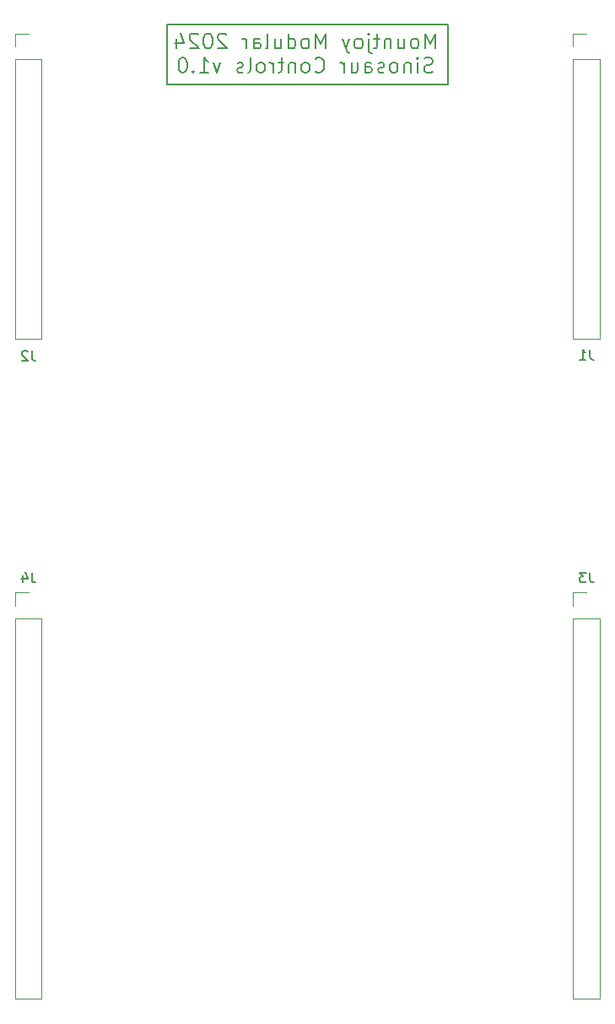
<source format=gbr>
%TF.GenerationSoftware,KiCad,Pcbnew,8.0.3*%
%TF.CreationDate,2024-06-18T16:29:27+01:00*%
%TF.ProjectId,Sinosaur_Controls,53696e6f-7361-4757-925f-436f6e74726f,rev?*%
%TF.SameCoordinates,Original*%
%TF.FileFunction,Legend,Bot*%
%TF.FilePolarity,Positive*%
%FSLAX46Y46*%
G04 Gerber Fmt 4.6, Leading zero omitted, Abs format (unit mm)*
G04 Created by KiCad (PCBNEW 8.0.3) date 2024-06-18 16:29:27*
%MOMM*%
%LPD*%
G01*
G04 APERTURE LIST*
%ADD10C,0.150000*%
%ADD11C,0.200000*%
%ADD12C,0.120000*%
G04 APERTURE END LIST*
D10*
X115900000Y-50800000D02*
X144100000Y-50800000D01*
X144100000Y-56800000D01*
X115900000Y-56800000D01*
X115900000Y-50800000D01*
D11*
X142799999Y-53176070D02*
X142799999Y-51676070D01*
X142799999Y-51676070D02*
X142299999Y-52747499D01*
X142299999Y-52747499D02*
X141799999Y-51676070D01*
X141799999Y-51676070D02*
X141799999Y-53176070D01*
X140871427Y-53176070D02*
X141014284Y-53104642D01*
X141014284Y-53104642D02*
X141085713Y-53033213D01*
X141085713Y-53033213D02*
X141157141Y-52890356D01*
X141157141Y-52890356D02*
X141157141Y-52461784D01*
X141157141Y-52461784D02*
X141085713Y-52318927D01*
X141085713Y-52318927D02*
X141014284Y-52247499D01*
X141014284Y-52247499D02*
X140871427Y-52176070D01*
X140871427Y-52176070D02*
X140657141Y-52176070D01*
X140657141Y-52176070D02*
X140514284Y-52247499D01*
X140514284Y-52247499D02*
X140442856Y-52318927D01*
X140442856Y-52318927D02*
X140371427Y-52461784D01*
X140371427Y-52461784D02*
X140371427Y-52890356D01*
X140371427Y-52890356D02*
X140442856Y-53033213D01*
X140442856Y-53033213D02*
X140514284Y-53104642D01*
X140514284Y-53104642D02*
X140657141Y-53176070D01*
X140657141Y-53176070D02*
X140871427Y-53176070D01*
X139085713Y-52176070D02*
X139085713Y-53176070D01*
X139728570Y-52176070D02*
X139728570Y-52961784D01*
X139728570Y-52961784D02*
X139657141Y-53104642D01*
X139657141Y-53104642D02*
X139514284Y-53176070D01*
X139514284Y-53176070D02*
X139299998Y-53176070D01*
X139299998Y-53176070D02*
X139157141Y-53104642D01*
X139157141Y-53104642D02*
X139085713Y-53033213D01*
X138371427Y-52176070D02*
X138371427Y-53176070D01*
X138371427Y-52318927D02*
X138299998Y-52247499D01*
X138299998Y-52247499D02*
X138157141Y-52176070D01*
X138157141Y-52176070D02*
X137942855Y-52176070D01*
X137942855Y-52176070D02*
X137799998Y-52247499D01*
X137799998Y-52247499D02*
X137728570Y-52390356D01*
X137728570Y-52390356D02*
X137728570Y-53176070D01*
X137228569Y-52176070D02*
X136657141Y-52176070D01*
X137014284Y-51676070D02*
X137014284Y-52961784D01*
X137014284Y-52961784D02*
X136942855Y-53104642D01*
X136942855Y-53104642D02*
X136799998Y-53176070D01*
X136799998Y-53176070D02*
X136657141Y-53176070D01*
X136157141Y-52176070D02*
X136157141Y-53461784D01*
X136157141Y-53461784D02*
X136228569Y-53604642D01*
X136228569Y-53604642D02*
X136371426Y-53676070D01*
X136371426Y-53676070D02*
X136442855Y-53676070D01*
X136157141Y-51676070D02*
X136228569Y-51747499D01*
X136228569Y-51747499D02*
X136157141Y-51818927D01*
X136157141Y-51818927D02*
X136085712Y-51747499D01*
X136085712Y-51747499D02*
X136157141Y-51676070D01*
X136157141Y-51676070D02*
X136157141Y-51818927D01*
X135228569Y-53176070D02*
X135371426Y-53104642D01*
X135371426Y-53104642D02*
X135442855Y-53033213D01*
X135442855Y-53033213D02*
X135514283Y-52890356D01*
X135514283Y-52890356D02*
X135514283Y-52461784D01*
X135514283Y-52461784D02*
X135442855Y-52318927D01*
X135442855Y-52318927D02*
X135371426Y-52247499D01*
X135371426Y-52247499D02*
X135228569Y-52176070D01*
X135228569Y-52176070D02*
X135014283Y-52176070D01*
X135014283Y-52176070D02*
X134871426Y-52247499D01*
X134871426Y-52247499D02*
X134799998Y-52318927D01*
X134799998Y-52318927D02*
X134728569Y-52461784D01*
X134728569Y-52461784D02*
X134728569Y-52890356D01*
X134728569Y-52890356D02*
X134799998Y-53033213D01*
X134799998Y-53033213D02*
X134871426Y-53104642D01*
X134871426Y-53104642D02*
X135014283Y-53176070D01*
X135014283Y-53176070D02*
X135228569Y-53176070D01*
X134228569Y-52176070D02*
X133871426Y-53176070D01*
X133514283Y-52176070D02*
X133871426Y-53176070D01*
X133871426Y-53176070D02*
X134014283Y-53533213D01*
X134014283Y-53533213D02*
X134085712Y-53604642D01*
X134085712Y-53604642D02*
X134228569Y-53676070D01*
X131799998Y-53176070D02*
X131799998Y-51676070D01*
X131799998Y-51676070D02*
X131299998Y-52747499D01*
X131299998Y-52747499D02*
X130799998Y-51676070D01*
X130799998Y-51676070D02*
X130799998Y-53176070D01*
X129871426Y-53176070D02*
X130014283Y-53104642D01*
X130014283Y-53104642D02*
X130085712Y-53033213D01*
X130085712Y-53033213D02*
X130157140Y-52890356D01*
X130157140Y-52890356D02*
X130157140Y-52461784D01*
X130157140Y-52461784D02*
X130085712Y-52318927D01*
X130085712Y-52318927D02*
X130014283Y-52247499D01*
X130014283Y-52247499D02*
X129871426Y-52176070D01*
X129871426Y-52176070D02*
X129657140Y-52176070D01*
X129657140Y-52176070D02*
X129514283Y-52247499D01*
X129514283Y-52247499D02*
X129442855Y-52318927D01*
X129442855Y-52318927D02*
X129371426Y-52461784D01*
X129371426Y-52461784D02*
X129371426Y-52890356D01*
X129371426Y-52890356D02*
X129442855Y-53033213D01*
X129442855Y-53033213D02*
X129514283Y-53104642D01*
X129514283Y-53104642D02*
X129657140Y-53176070D01*
X129657140Y-53176070D02*
X129871426Y-53176070D01*
X128085712Y-53176070D02*
X128085712Y-51676070D01*
X128085712Y-53104642D02*
X128228569Y-53176070D01*
X128228569Y-53176070D02*
X128514283Y-53176070D01*
X128514283Y-53176070D02*
X128657140Y-53104642D01*
X128657140Y-53104642D02*
X128728569Y-53033213D01*
X128728569Y-53033213D02*
X128799997Y-52890356D01*
X128799997Y-52890356D02*
X128799997Y-52461784D01*
X128799997Y-52461784D02*
X128728569Y-52318927D01*
X128728569Y-52318927D02*
X128657140Y-52247499D01*
X128657140Y-52247499D02*
X128514283Y-52176070D01*
X128514283Y-52176070D02*
X128228569Y-52176070D01*
X128228569Y-52176070D02*
X128085712Y-52247499D01*
X126728569Y-52176070D02*
X126728569Y-53176070D01*
X127371426Y-52176070D02*
X127371426Y-52961784D01*
X127371426Y-52961784D02*
X127299997Y-53104642D01*
X127299997Y-53104642D02*
X127157140Y-53176070D01*
X127157140Y-53176070D02*
X126942854Y-53176070D01*
X126942854Y-53176070D02*
X126799997Y-53104642D01*
X126799997Y-53104642D02*
X126728569Y-53033213D01*
X125799997Y-53176070D02*
X125942854Y-53104642D01*
X125942854Y-53104642D02*
X126014283Y-52961784D01*
X126014283Y-52961784D02*
X126014283Y-51676070D01*
X124585712Y-53176070D02*
X124585712Y-52390356D01*
X124585712Y-52390356D02*
X124657140Y-52247499D01*
X124657140Y-52247499D02*
X124799997Y-52176070D01*
X124799997Y-52176070D02*
X125085712Y-52176070D01*
X125085712Y-52176070D02*
X125228569Y-52247499D01*
X124585712Y-53104642D02*
X124728569Y-53176070D01*
X124728569Y-53176070D02*
X125085712Y-53176070D01*
X125085712Y-53176070D02*
X125228569Y-53104642D01*
X125228569Y-53104642D02*
X125299997Y-52961784D01*
X125299997Y-52961784D02*
X125299997Y-52818927D01*
X125299997Y-52818927D02*
X125228569Y-52676070D01*
X125228569Y-52676070D02*
X125085712Y-52604642D01*
X125085712Y-52604642D02*
X124728569Y-52604642D01*
X124728569Y-52604642D02*
X124585712Y-52533213D01*
X123871426Y-53176070D02*
X123871426Y-52176070D01*
X123871426Y-52461784D02*
X123799997Y-52318927D01*
X123799997Y-52318927D02*
X123728569Y-52247499D01*
X123728569Y-52247499D02*
X123585711Y-52176070D01*
X123585711Y-52176070D02*
X123442854Y-52176070D01*
X121871426Y-51818927D02*
X121799998Y-51747499D01*
X121799998Y-51747499D02*
X121657141Y-51676070D01*
X121657141Y-51676070D02*
X121299998Y-51676070D01*
X121299998Y-51676070D02*
X121157141Y-51747499D01*
X121157141Y-51747499D02*
X121085712Y-51818927D01*
X121085712Y-51818927D02*
X121014283Y-51961784D01*
X121014283Y-51961784D02*
X121014283Y-52104642D01*
X121014283Y-52104642D02*
X121085712Y-52318927D01*
X121085712Y-52318927D02*
X121942855Y-53176070D01*
X121942855Y-53176070D02*
X121014283Y-53176070D01*
X120085712Y-51676070D02*
X119942855Y-51676070D01*
X119942855Y-51676070D02*
X119799998Y-51747499D01*
X119799998Y-51747499D02*
X119728570Y-51818927D01*
X119728570Y-51818927D02*
X119657141Y-51961784D01*
X119657141Y-51961784D02*
X119585712Y-52247499D01*
X119585712Y-52247499D02*
X119585712Y-52604642D01*
X119585712Y-52604642D02*
X119657141Y-52890356D01*
X119657141Y-52890356D02*
X119728570Y-53033213D01*
X119728570Y-53033213D02*
X119799998Y-53104642D01*
X119799998Y-53104642D02*
X119942855Y-53176070D01*
X119942855Y-53176070D02*
X120085712Y-53176070D01*
X120085712Y-53176070D02*
X120228570Y-53104642D01*
X120228570Y-53104642D02*
X120299998Y-53033213D01*
X120299998Y-53033213D02*
X120371427Y-52890356D01*
X120371427Y-52890356D02*
X120442855Y-52604642D01*
X120442855Y-52604642D02*
X120442855Y-52247499D01*
X120442855Y-52247499D02*
X120371427Y-51961784D01*
X120371427Y-51961784D02*
X120299998Y-51818927D01*
X120299998Y-51818927D02*
X120228570Y-51747499D01*
X120228570Y-51747499D02*
X120085712Y-51676070D01*
X119014284Y-51818927D02*
X118942856Y-51747499D01*
X118942856Y-51747499D02*
X118799999Y-51676070D01*
X118799999Y-51676070D02*
X118442856Y-51676070D01*
X118442856Y-51676070D02*
X118299999Y-51747499D01*
X118299999Y-51747499D02*
X118228570Y-51818927D01*
X118228570Y-51818927D02*
X118157141Y-51961784D01*
X118157141Y-51961784D02*
X118157141Y-52104642D01*
X118157141Y-52104642D02*
X118228570Y-52318927D01*
X118228570Y-52318927D02*
X119085713Y-53176070D01*
X119085713Y-53176070D02*
X118157141Y-53176070D01*
X116871428Y-52176070D02*
X116871428Y-53176070D01*
X117228570Y-51604642D02*
X117585713Y-52676070D01*
X117585713Y-52676070D02*
X116657142Y-52676070D01*
X142549999Y-55519558D02*
X142335714Y-55590986D01*
X142335714Y-55590986D02*
X141978571Y-55590986D01*
X141978571Y-55590986D02*
X141835714Y-55519558D01*
X141835714Y-55519558D02*
X141764285Y-55448129D01*
X141764285Y-55448129D02*
X141692856Y-55305272D01*
X141692856Y-55305272D02*
X141692856Y-55162415D01*
X141692856Y-55162415D02*
X141764285Y-55019558D01*
X141764285Y-55019558D02*
X141835714Y-54948129D01*
X141835714Y-54948129D02*
X141978571Y-54876700D01*
X141978571Y-54876700D02*
X142264285Y-54805272D01*
X142264285Y-54805272D02*
X142407142Y-54733843D01*
X142407142Y-54733843D02*
X142478571Y-54662415D01*
X142478571Y-54662415D02*
X142549999Y-54519558D01*
X142549999Y-54519558D02*
X142549999Y-54376700D01*
X142549999Y-54376700D02*
X142478571Y-54233843D01*
X142478571Y-54233843D02*
X142407142Y-54162415D01*
X142407142Y-54162415D02*
X142264285Y-54090986D01*
X142264285Y-54090986D02*
X141907142Y-54090986D01*
X141907142Y-54090986D02*
X141692856Y-54162415D01*
X141050000Y-55590986D02*
X141050000Y-54590986D01*
X141050000Y-54090986D02*
X141121428Y-54162415D01*
X141121428Y-54162415D02*
X141050000Y-54233843D01*
X141050000Y-54233843D02*
X140978571Y-54162415D01*
X140978571Y-54162415D02*
X141050000Y-54090986D01*
X141050000Y-54090986D02*
X141050000Y-54233843D01*
X140335714Y-54590986D02*
X140335714Y-55590986D01*
X140335714Y-54733843D02*
X140264285Y-54662415D01*
X140264285Y-54662415D02*
X140121428Y-54590986D01*
X140121428Y-54590986D02*
X139907142Y-54590986D01*
X139907142Y-54590986D02*
X139764285Y-54662415D01*
X139764285Y-54662415D02*
X139692857Y-54805272D01*
X139692857Y-54805272D02*
X139692857Y-55590986D01*
X138764285Y-55590986D02*
X138907142Y-55519558D01*
X138907142Y-55519558D02*
X138978571Y-55448129D01*
X138978571Y-55448129D02*
X139049999Y-55305272D01*
X139049999Y-55305272D02*
X139049999Y-54876700D01*
X139049999Y-54876700D02*
X138978571Y-54733843D01*
X138978571Y-54733843D02*
X138907142Y-54662415D01*
X138907142Y-54662415D02*
X138764285Y-54590986D01*
X138764285Y-54590986D02*
X138549999Y-54590986D01*
X138549999Y-54590986D02*
X138407142Y-54662415D01*
X138407142Y-54662415D02*
X138335714Y-54733843D01*
X138335714Y-54733843D02*
X138264285Y-54876700D01*
X138264285Y-54876700D02*
X138264285Y-55305272D01*
X138264285Y-55305272D02*
X138335714Y-55448129D01*
X138335714Y-55448129D02*
X138407142Y-55519558D01*
X138407142Y-55519558D02*
X138549999Y-55590986D01*
X138549999Y-55590986D02*
X138764285Y-55590986D01*
X137692856Y-55519558D02*
X137549999Y-55590986D01*
X137549999Y-55590986D02*
X137264285Y-55590986D01*
X137264285Y-55590986D02*
X137121428Y-55519558D01*
X137121428Y-55519558D02*
X137049999Y-55376700D01*
X137049999Y-55376700D02*
X137049999Y-55305272D01*
X137049999Y-55305272D02*
X137121428Y-55162415D01*
X137121428Y-55162415D02*
X137264285Y-55090986D01*
X137264285Y-55090986D02*
X137478571Y-55090986D01*
X137478571Y-55090986D02*
X137621428Y-55019558D01*
X137621428Y-55019558D02*
X137692856Y-54876700D01*
X137692856Y-54876700D02*
X137692856Y-54805272D01*
X137692856Y-54805272D02*
X137621428Y-54662415D01*
X137621428Y-54662415D02*
X137478571Y-54590986D01*
X137478571Y-54590986D02*
X137264285Y-54590986D01*
X137264285Y-54590986D02*
X137121428Y-54662415D01*
X135764285Y-55590986D02*
X135764285Y-54805272D01*
X135764285Y-54805272D02*
X135835713Y-54662415D01*
X135835713Y-54662415D02*
X135978570Y-54590986D01*
X135978570Y-54590986D02*
X136264285Y-54590986D01*
X136264285Y-54590986D02*
X136407142Y-54662415D01*
X135764285Y-55519558D02*
X135907142Y-55590986D01*
X135907142Y-55590986D02*
X136264285Y-55590986D01*
X136264285Y-55590986D02*
X136407142Y-55519558D01*
X136407142Y-55519558D02*
X136478570Y-55376700D01*
X136478570Y-55376700D02*
X136478570Y-55233843D01*
X136478570Y-55233843D02*
X136407142Y-55090986D01*
X136407142Y-55090986D02*
X136264285Y-55019558D01*
X136264285Y-55019558D02*
X135907142Y-55019558D01*
X135907142Y-55019558D02*
X135764285Y-54948129D01*
X134407142Y-54590986D02*
X134407142Y-55590986D01*
X135049999Y-54590986D02*
X135049999Y-55376700D01*
X135049999Y-55376700D02*
X134978570Y-55519558D01*
X134978570Y-55519558D02*
X134835713Y-55590986D01*
X134835713Y-55590986D02*
X134621427Y-55590986D01*
X134621427Y-55590986D02*
X134478570Y-55519558D01*
X134478570Y-55519558D02*
X134407142Y-55448129D01*
X133692856Y-55590986D02*
X133692856Y-54590986D01*
X133692856Y-54876700D02*
X133621427Y-54733843D01*
X133621427Y-54733843D02*
X133549999Y-54662415D01*
X133549999Y-54662415D02*
X133407141Y-54590986D01*
X133407141Y-54590986D02*
X133264284Y-54590986D01*
X130764285Y-55448129D02*
X130835713Y-55519558D01*
X130835713Y-55519558D02*
X131049999Y-55590986D01*
X131049999Y-55590986D02*
X131192856Y-55590986D01*
X131192856Y-55590986D02*
X131407142Y-55519558D01*
X131407142Y-55519558D02*
X131549999Y-55376700D01*
X131549999Y-55376700D02*
X131621428Y-55233843D01*
X131621428Y-55233843D02*
X131692856Y-54948129D01*
X131692856Y-54948129D02*
X131692856Y-54733843D01*
X131692856Y-54733843D02*
X131621428Y-54448129D01*
X131621428Y-54448129D02*
X131549999Y-54305272D01*
X131549999Y-54305272D02*
X131407142Y-54162415D01*
X131407142Y-54162415D02*
X131192856Y-54090986D01*
X131192856Y-54090986D02*
X131049999Y-54090986D01*
X131049999Y-54090986D02*
X130835713Y-54162415D01*
X130835713Y-54162415D02*
X130764285Y-54233843D01*
X129907142Y-55590986D02*
X130049999Y-55519558D01*
X130049999Y-55519558D02*
X130121428Y-55448129D01*
X130121428Y-55448129D02*
X130192856Y-55305272D01*
X130192856Y-55305272D02*
X130192856Y-54876700D01*
X130192856Y-54876700D02*
X130121428Y-54733843D01*
X130121428Y-54733843D02*
X130049999Y-54662415D01*
X130049999Y-54662415D02*
X129907142Y-54590986D01*
X129907142Y-54590986D02*
X129692856Y-54590986D01*
X129692856Y-54590986D02*
X129549999Y-54662415D01*
X129549999Y-54662415D02*
X129478571Y-54733843D01*
X129478571Y-54733843D02*
X129407142Y-54876700D01*
X129407142Y-54876700D02*
X129407142Y-55305272D01*
X129407142Y-55305272D02*
X129478571Y-55448129D01*
X129478571Y-55448129D02*
X129549999Y-55519558D01*
X129549999Y-55519558D02*
X129692856Y-55590986D01*
X129692856Y-55590986D02*
X129907142Y-55590986D01*
X128764285Y-54590986D02*
X128764285Y-55590986D01*
X128764285Y-54733843D02*
X128692856Y-54662415D01*
X128692856Y-54662415D02*
X128549999Y-54590986D01*
X128549999Y-54590986D02*
X128335713Y-54590986D01*
X128335713Y-54590986D02*
X128192856Y-54662415D01*
X128192856Y-54662415D02*
X128121428Y-54805272D01*
X128121428Y-54805272D02*
X128121428Y-55590986D01*
X127621427Y-54590986D02*
X127049999Y-54590986D01*
X127407142Y-54090986D02*
X127407142Y-55376700D01*
X127407142Y-55376700D02*
X127335713Y-55519558D01*
X127335713Y-55519558D02*
X127192856Y-55590986D01*
X127192856Y-55590986D02*
X127049999Y-55590986D01*
X126549999Y-55590986D02*
X126549999Y-54590986D01*
X126549999Y-54876700D02*
X126478570Y-54733843D01*
X126478570Y-54733843D02*
X126407142Y-54662415D01*
X126407142Y-54662415D02*
X126264284Y-54590986D01*
X126264284Y-54590986D02*
X126121427Y-54590986D01*
X125407142Y-55590986D02*
X125549999Y-55519558D01*
X125549999Y-55519558D02*
X125621428Y-55448129D01*
X125621428Y-55448129D02*
X125692856Y-55305272D01*
X125692856Y-55305272D02*
X125692856Y-54876700D01*
X125692856Y-54876700D02*
X125621428Y-54733843D01*
X125621428Y-54733843D02*
X125549999Y-54662415D01*
X125549999Y-54662415D02*
X125407142Y-54590986D01*
X125407142Y-54590986D02*
X125192856Y-54590986D01*
X125192856Y-54590986D02*
X125049999Y-54662415D01*
X125049999Y-54662415D02*
X124978571Y-54733843D01*
X124978571Y-54733843D02*
X124907142Y-54876700D01*
X124907142Y-54876700D02*
X124907142Y-55305272D01*
X124907142Y-55305272D02*
X124978571Y-55448129D01*
X124978571Y-55448129D02*
X125049999Y-55519558D01*
X125049999Y-55519558D02*
X125192856Y-55590986D01*
X125192856Y-55590986D02*
X125407142Y-55590986D01*
X124049999Y-55590986D02*
X124192856Y-55519558D01*
X124192856Y-55519558D02*
X124264285Y-55376700D01*
X124264285Y-55376700D02*
X124264285Y-54090986D01*
X123549999Y-55519558D02*
X123407142Y-55590986D01*
X123407142Y-55590986D02*
X123121428Y-55590986D01*
X123121428Y-55590986D02*
X122978571Y-55519558D01*
X122978571Y-55519558D02*
X122907142Y-55376700D01*
X122907142Y-55376700D02*
X122907142Y-55305272D01*
X122907142Y-55305272D02*
X122978571Y-55162415D01*
X122978571Y-55162415D02*
X123121428Y-55090986D01*
X123121428Y-55090986D02*
X123335714Y-55090986D01*
X123335714Y-55090986D02*
X123478571Y-55019558D01*
X123478571Y-55019558D02*
X123549999Y-54876700D01*
X123549999Y-54876700D02*
X123549999Y-54805272D01*
X123549999Y-54805272D02*
X123478571Y-54662415D01*
X123478571Y-54662415D02*
X123335714Y-54590986D01*
X123335714Y-54590986D02*
X123121428Y-54590986D01*
X123121428Y-54590986D02*
X122978571Y-54662415D01*
X121264285Y-54590986D02*
X120907142Y-55590986D01*
X120907142Y-55590986D02*
X120549999Y-54590986D01*
X119192856Y-55590986D02*
X120049999Y-55590986D01*
X119621428Y-55590986D02*
X119621428Y-54090986D01*
X119621428Y-54090986D02*
X119764285Y-54305272D01*
X119764285Y-54305272D02*
X119907142Y-54448129D01*
X119907142Y-54448129D02*
X120049999Y-54519558D01*
X118550000Y-55448129D02*
X118478571Y-55519558D01*
X118478571Y-55519558D02*
X118550000Y-55590986D01*
X118550000Y-55590986D02*
X118621428Y-55519558D01*
X118621428Y-55519558D02*
X118550000Y-55448129D01*
X118550000Y-55448129D02*
X118550000Y-55590986D01*
X117549999Y-54090986D02*
X117407142Y-54090986D01*
X117407142Y-54090986D02*
X117264285Y-54162415D01*
X117264285Y-54162415D02*
X117192857Y-54233843D01*
X117192857Y-54233843D02*
X117121428Y-54376700D01*
X117121428Y-54376700D02*
X117049999Y-54662415D01*
X117049999Y-54662415D02*
X117049999Y-55019558D01*
X117049999Y-55019558D02*
X117121428Y-55305272D01*
X117121428Y-55305272D02*
X117192857Y-55448129D01*
X117192857Y-55448129D02*
X117264285Y-55519558D01*
X117264285Y-55519558D02*
X117407142Y-55590986D01*
X117407142Y-55590986D02*
X117549999Y-55590986D01*
X117549999Y-55590986D02*
X117692857Y-55519558D01*
X117692857Y-55519558D02*
X117764285Y-55448129D01*
X117764285Y-55448129D02*
X117835714Y-55305272D01*
X117835714Y-55305272D02*
X117907142Y-55019558D01*
X117907142Y-55019558D02*
X117907142Y-54662415D01*
X117907142Y-54662415D02*
X117835714Y-54376700D01*
X117835714Y-54376700D02*
X117764285Y-54233843D01*
X117764285Y-54233843D02*
X117692857Y-54162415D01*
X117692857Y-54162415D02*
X117549999Y-54090986D01*
D10*
X158333333Y-105684819D02*
X158333333Y-106399104D01*
X158333333Y-106399104D02*
X158380952Y-106541961D01*
X158380952Y-106541961D02*
X158476190Y-106637200D01*
X158476190Y-106637200D02*
X158619047Y-106684819D01*
X158619047Y-106684819D02*
X158714285Y-106684819D01*
X157952380Y-105684819D02*
X157333333Y-105684819D01*
X157333333Y-105684819D02*
X157666666Y-106065771D01*
X157666666Y-106065771D02*
X157523809Y-106065771D01*
X157523809Y-106065771D02*
X157428571Y-106113390D01*
X157428571Y-106113390D02*
X157380952Y-106161009D01*
X157380952Y-106161009D02*
X157333333Y-106256247D01*
X157333333Y-106256247D02*
X157333333Y-106494342D01*
X157333333Y-106494342D02*
X157380952Y-106589580D01*
X157380952Y-106589580D02*
X157428571Y-106637200D01*
X157428571Y-106637200D02*
X157523809Y-106684819D01*
X157523809Y-106684819D02*
X157809523Y-106684819D01*
X157809523Y-106684819D02*
X157904761Y-106637200D01*
X157904761Y-106637200D02*
X157952380Y-106589580D01*
X158333333Y-83354819D02*
X158333333Y-84069104D01*
X158333333Y-84069104D02*
X158380952Y-84211961D01*
X158380952Y-84211961D02*
X158476190Y-84307200D01*
X158476190Y-84307200D02*
X158619047Y-84354819D01*
X158619047Y-84354819D02*
X158714285Y-84354819D01*
X157333333Y-84354819D02*
X157904761Y-84354819D01*
X157619047Y-84354819D02*
X157619047Y-83354819D01*
X157619047Y-83354819D02*
X157714285Y-83497676D01*
X157714285Y-83497676D02*
X157809523Y-83592914D01*
X157809523Y-83592914D02*
X157904761Y-83640533D01*
X102333333Y-105684819D02*
X102333333Y-106399104D01*
X102333333Y-106399104D02*
X102380952Y-106541961D01*
X102380952Y-106541961D02*
X102476190Y-106637200D01*
X102476190Y-106637200D02*
X102619047Y-106684819D01*
X102619047Y-106684819D02*
X102714285Y-106684819D01*
X101428571Y-106018152D02*
X101428571Y-106684819D01*
X101666666Y-105637200D02*
X101904761Y-106351485D01*
X101904761Y-106351485D02*
X101285714Y-106351485D01*
X102333333Y-83454819D02*
X102333333Y-84169104D01*
X102333333Y-84169104D02*
X102380952Y-84311961D01*
X102380952Y-84311961D02*
X102476190Y-84407200D01*
X102476190Y-84407200D02*
X102619047Y-84454819D01*
X102619047Y-84454819D02*
X102714285Y-84454819D01*
X101904761Y-83550057D02*
X101857142Y-83502438D01*
X101857142Y-83502438D02*
X101761904Y-83454819D01*
X101761904Y-83454819D02*
X101523809Y-83454819D01*
X101523809Y-83454819D02*
X101428571Y-83502438D01*
X101428571Y-83502438D02*
X101380952Y-83550057D01*
X101380952Y-83550057D02*
X101333333Y-83645295D01*
X101333333Y-83645295D02*
X101333333Y-83740533D01*
X101333333Y-83740533D02*
X101380952Y-83883390D01*
X101380952Y-83883390D02*
X101952380Y-84454819D01*
X101952380Y-84454819D02*
X101333333Y-84454819D01*
D12*
%TO.C,J3*%
X156670000Y-107670000D02*
X158000000Y-107670000D01*
X156670000Y-109000000D02*
X156670000Y-107670000D01*
X156670000Y-110270000D02*
X159330000Y-110270000D01*
X156670000Y-148430000D02*
X156670000Y-110270000D01*
X156670000Y-148430000D02*
X159330000Y-148430000D01*
X159330000Y-148430000D02*
X159330000Y-110270000D01*
%TO.C,J1*%
X156670000Y-51670000D02*
X158000000Y-51670000D01*
X156670000Y-53000000D02*
X156670000Y-51670000D01*
X156670000Y-54270000D02*
X159330000Y-54270000D01*
X156670000Y-82270000D02*
X156670000Y-54270000D01*
X156670000Y-82270000D02*
X159330000Y-82270000D01*
X159330000Y-82270000D02*
X159330000Y-54270000D01*
%TO.C,J4*%
X100670000Y-107670000D02*
X102000000Y-107670000D01*
X100670000Y-109000000D02*
X100670000Y-107670000D01*
X100670000Y-110270000D02*
X103330000Y-110270000D01*
X100670000Y-148430000D02*
X100670000Y-110270000D01*
X100670000Y-148430000D02*
X103330000Y-148430000D01*
X103330000Y-148430000D02*
X103330000Y-110270000D01*
%TO.C,J2*%
X100670000Y-51670000D02*
X102000000Y-51670000D01*
X100670000Y-53000000D02*
X100670000Y-51670000D01*
X100670000Y-54270000D02*
X103330000Y-54270000D01*
X100670000Y-82270000D02*
X100670000Y-54270000D01*
X100670000Y-82270000D02*
X103330000Y-82270000D01*
X103330000Y-82270000D02*
X103330000Y-54270000D01*
%TD*%
M02*

</source>
